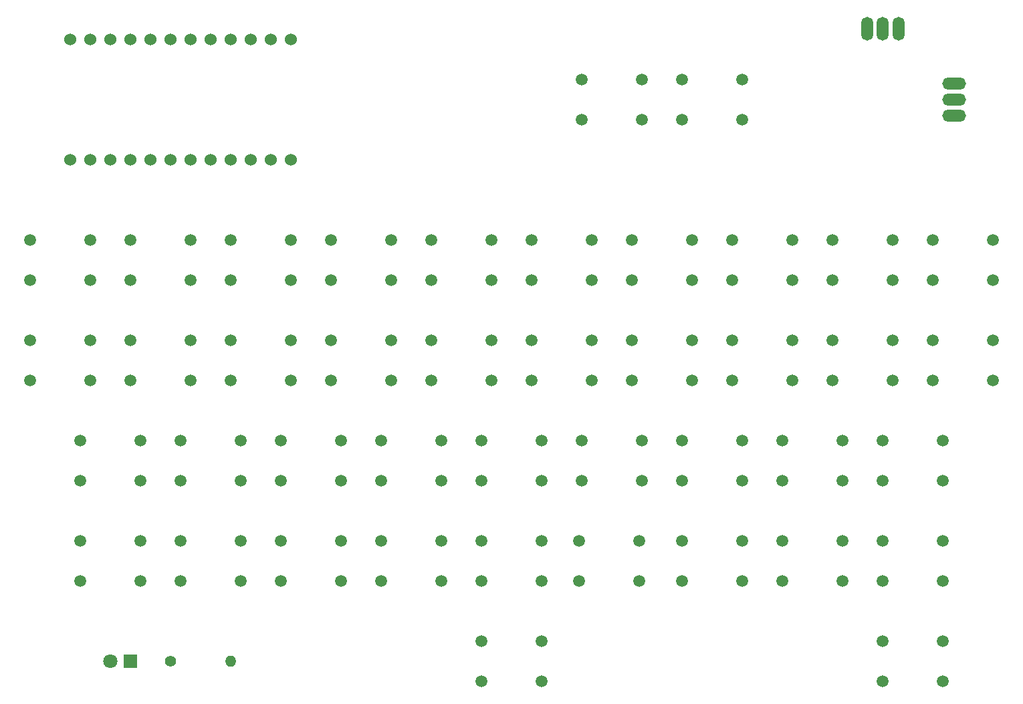
<source format=gbr>
%TF.GenerationSoftware,KiCad,Pcbnew,(6.0.1)*%
%TF.CreationDate,2022-06-29T12:54:24+01:00*%
%TF.ProjectId,Keyboard_mouse,4b657962-6f61-4726-945f-6d6f7573652e,rev?*%
%TF.SameCoordinates,Original*%
%TF.FileFunction,Soldermask,Top*%
%TF.FilePolarity,Negative*%
%FSLAX46Y46*%
G04 Gerber Fmt 4.6, Leading zero omitted, Abs format (unit mm)*
G04 Created by KiCad (PCBNEW (6.0.1)) date 2022-06-29 12:54:24*
%MOMM*%
%LPD*%
G01*
G04 APERTURE LIST*
%ADD10R,1.800000X1.800000*%
%ADD11C,1.800000*%
%ADD12C,1.400000*%
%ADD13O,1.400000X1.400000*%
%ADD14C,1.500000*%
%ADD15C,1.524000*%
%ADD16O,1.500000X3.000000*%
%ADD17O,3.000000X1.500000*%
G04 APERTURE END LIST*
D10*
%TO.C,D1*%
X87630000Y-137160000D03*
D11*
X85090000Y-137160000D03*
%TD*%
D12*
%TO.C,R1*%
X92710000Y-137160000D03*
D13*
X100330000Y-137160000D03*
%TD*%
D14*
%TO.C,SW26*%
X151130000Y-88900000D03*
X158750000Y-83820000D03*
X158750000Y-88900000D03*
X151130000Y-83820000D03*
%TD*%
%TO.C,SW22*%
X138430000Y-88900000D03*
X146050000Y-83820000D03*
X146050000Y-88900000D03*
X138430000Y-83820000D03*
%TD*%
%TO.C,SW23*%
X138430000Y-101600000D03*
X146050000Y-96520000D03*
X146050000Y-101600000D03*
X138430000Y-96520000D03*
%TD*%
%TO.C,SW3*%
X81280000Y-114300000D03*
X88900000Y-109220000D03*
X88900000Y-114300000D03*
X81280000Y-109220000D03*
%TD*%
%TO.C,SW42*%
X157480000Y-68580000D03*
X165100000Y-63500000D03*
X165100000Y-68580000D03*
X157480000Y-63500000D03*
%TD*%
%TO.C,SW27*%
X151130000Y-101600000D03*
X158750000Y-96520000D03*
X158750000Y-101600000D03*
X151130000Y-96520000D03*
%TD*%
%TO.C,SW39*%
X189230000Y-88900000D03*
X196850000Y-83820000D03*
X196850000Y-88900000D03*
X189230000Y-83820000D03*
%TD*%
%TO.C,SW13*%
X113030000Y-88900000D03*
X120650000Y-83820000D03*
X120650000Y-88900000D03*
X113030000Y-83820000D03*
%TD*%
%TO.C,SW10*%
X100330000Y-101600000D03*
X107950000Y-96520000D03*
X107950000Y-101600000D03*
X100330000Y-96520000D03*
%TD*%
%TO.C,SW6*%
X87630000Y-101600000D03*
X95250000Y-96520000D03*
X95250000Y-101600000D03*
X87630000Y-96520000D03*
%TD*%
%TO.C,SW32*%
X170180000Y-114300000D03*
X177800000Y-109220000D03*
X177800000Y-114300000D03*
X170180000Y-109220000D03*
%TD*%
%TO.C,SW24*%
X144780000Y-114300000D03*
X152400000Y-109220000D03*
X152400000Y-114300000D03*
X144780000Y-109220000D03*
%TD*%
%TO.C,SW15*%
X119380000Y-114300000D03*
X127000000Y-109220000D03*
X127000000Y-114300000D03*
X119380000Y-109220000D03*
%TD*%
%TO.C,SW4*%
X81280000Y-127000000D03*
X88900000Y-121920000D03*
X88900000Y-127000000D03*
X81280000Y-121920000D03*
%TD*%
%TO.C,SW16*%
X119380000Y-127000000D03*
X127000000Y-121920000D03*
X127000000Y-127000000D03*
X119380000Y-121920000D03*
%TD*%
%TO.C,SW41*%
X144780000Y-68580000D03*
X152400000Y-63500000D03*
X152400000Y-68580000D03*
X144780000Y-63500000D03*
%TD*%
%TO.C,SW28*%
X157480000Y-114300000D03*
X165100000Y-109220000D03*
X165100000Y-114300000D03*
X157480000Y-109220000D03*
%TD*%
D15*
%TO.C,A1*%
X82550000Y-73660000D03*
X80010000Y-73660000D03*
X90170000Y-73660000D03*
X92710000Y-73660000D03*
X95250000Y-73660000D03*
X97790000Y-73660000D03*
X100330000Y-73660000D03*
X102870000Y-73660000D03*
X105410000Y-73660000D03*
X107950000Y-73660000D03*
X107950000Y-58420000D03*
X85090000Y-73660000D03*
X87630000Y-73660000D03*
X102870000Y-58420000D03*
X100330000Y-58420000D03*
X105410000Y-58420000D03*
X97790000Y-58420000D03*
X95250000Y-58420000D03*
X92710000Y-58420000D03*
X90170000Y-58420000D03*
X87630000Y-58420000D03*
X85090000Y-58420000D03*
X82550000Y-58420000D03*
X80010000Y-58420000D03*
%TD*%
D14*
%TO.C,SW14*%
X113030000Y-101600000D03*
X120650000Y-96520000D03*
X120650000Y-101600000D03*
X113030000Y-96520000D03*
%TD*%
%TO.C,SW12*%
X106680000Y-127000000D03*
X114300000Y-121920000D03*
X114300000Y-127000000D03*
X106680000Y-121920000D03*
%TD*%
%TO.C,SW40*%
X189230000Y-101600000D03*
X196850000Y-96520000D03*
X196850000Y-101600000D03*
X189230000Y-96520000D03*
%TD*%
D16*
%TO.C,VR1*%
X180880000Y-57040000D03*
X182880000Y-57040000D03*
X184880000Y-57040000D03*
D17*
X191880000Y-64040000D03*
X191880000Y-66040000D03*
X191880000Y-68040000D03*
%TD*%
D14*
%TO.C,SW31*%
X163830000Y-101600000D03*
X171450000Y-96520000D03*
X171450000Y-101600000D03*
X163830000Y-96520000D03*
%TD*%
%TO.C,SW9*%
X100330000Y-88900000D03*
X107950000Y-83820000D03*
X107950000Y-88900000D03*
X100330000Y-83820000D03*
%TD*%
%TO.C,SW38*%
X182880000Y-139700000D03*
X190500000Y-134620000D03*
X190500000Y-139700000D03*
X182880000Y-134620000D03*
%TD*%
%TO.C,SW36*%
X182880000Y-114300000D03*
X190500000Y-109220000D03*
X190500000Y-114300000D03*
X182880000Y-109220000D03*
%TD*%
%TO.C,SW17*%
X125730000Y-88900000D03*
X133350000Y-83820000D03*
X133350000Y-88900000D03*
X125730000Y-83820000D03*
%TD*%
%TO.C,SW8*%
X93980000Y-127000000D03*
X101600000Y-121920000D03*
X101600000Y-127000000D03*
X93980000Y-121920000D03*
%TD*%
%TO.C,SW20*%
X132080000Y-127000000D03*
X139700000Y-121920000D03*
X139700000Y-127000000D03*
X132080000Y-121920000D03*
%TD*%
%TO.C,SW2*%
X74930000Y-101600000D03*
X82550000Y-96520000D03*
X82550000Y-101600000D03*
X74930000Y-96520000D03*
%TD*%
%TO.C,SW33*%
X170180000Y-127000000D03*
X177800000Y-121920000D03*
X177800000Y-127000000D03*
X170180000Y-121920000D03*
%TD*%
%TO.C,SW7*%
X93980000Y-114300000D03*
X101600000Y-109220000D03*
X101600000Y-114300000D03*
X93980000Y-109220000D03*
%TD*%
%TO.C,SW18*%
X125730000Y-101600000D03*
X133350000Y-96520000D03*
X133350000Y-101600000D03*
X125730000Y-96520000D03*
%TD*%
%TO.C,SW1*%
X74930000Y-88900000D03*
X82550000Y-83820000D03*
X82550000Y-88900000D03*
X74930000Y-83820000D03*
%TD*%
%TO.C,SW29*%
X157480000Y-127000000D03*
X165100000Y-121920000D03*
X165100000Y-127000000D03*
X157480000Y-121920000D03*
%TD*%
%TO.C,SW25*%
X144440000Y-127000000D03*
X152060000Y-121920000D03*
X152060000Y-127000000D03*
X144440000Y-121920000D03*
%TD*%
%TO.C,SW19*%
X132080000Y-114300000D03*
X139700000Y-109220000D03*
X139700000Y-114300000D03*
X132080000Y-109220000D03*
%TD*%
%TO.C,SW21*%
X132080000Y-139700000D03*
X139700000Y-134620000D03*
X139700000Y-139700000D03*
X132080000Y-134620000D03*
%TD*%
%TO.C,SW35*%
X176530000Y-101600000D03*
X184150000Y-96520000D03*
X184150000Y-101600000D03*
X176530000Y-96520000D03*
%TD*%
%TO.C,SW37*%
X182880000Y-127000000D03*
X190500000Y-121920000D03*
X190500000Y-127000000D03*
X182880000Y-121920000D03*
%TD*%
%TO.C,SW11*%
X106680000Y-114300000D03*
X114300000Y-109220000D03*
X114300000Y-114300000D03*
X106680000Y-109220000D03*
%TD*%
%TO.C,SW30*%
X163830000Y-88900000D03*
X171450000Y-83820000D03*
X171450000Y-88900000D03*
X163830000Y-83820000D03*
%TD*%
%TO.C,SW5*%
X87630000Y-88900000D03*
X95250000Y-83820000D03*
X95250000Y-88900000D03*
X87630000Y-83820000D03*
%TD*%
%TO.C,SW34*%
X176530000Y-88900000D03*
X184150000Y-83820000D03*
X184150000Y-88900000D03*
X176530000Y-83820000D03*
%TD*%
M02*

</source>
